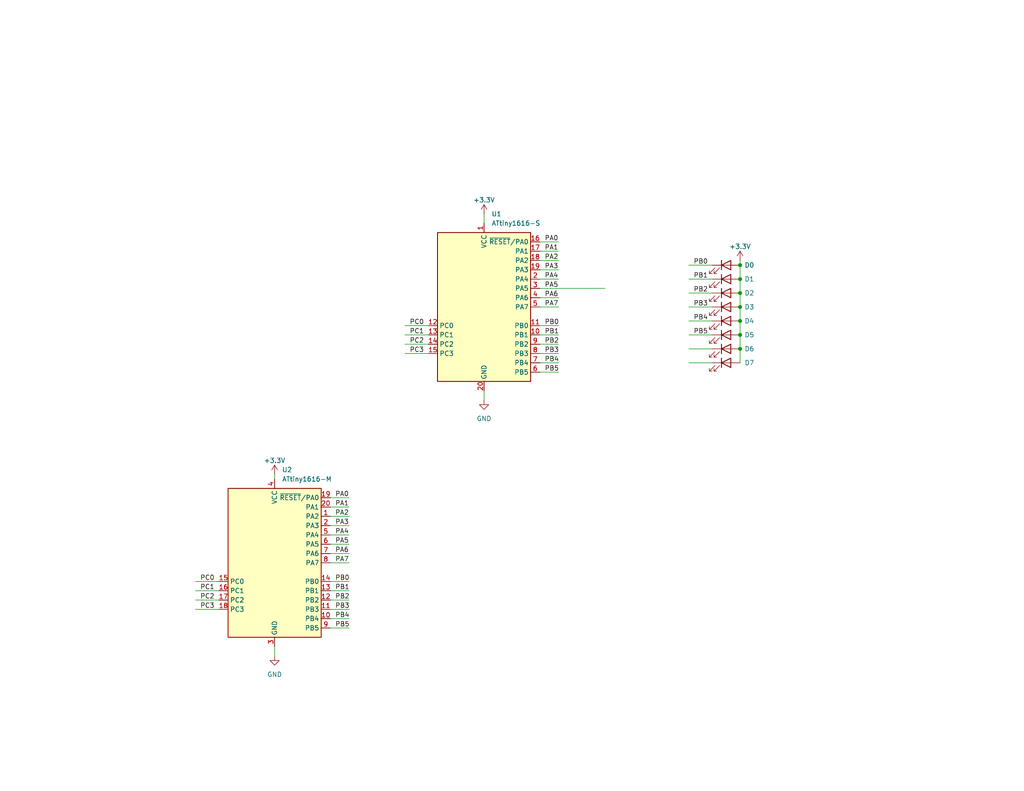
<source format=kicad_sch>
(kicad_sch (version 20230121) (generator eeschema)
  (paper "USLetter")
  (title_block (title "AD-DA blinky") (company "Valpo ECE"))
  (lib_symbols
    (symbol "Device:LED" (pin_numbers hide) (pin_names (offset 1.016) hide)
      (property "Reference" "D" (at 0 2.54 0))
      (property "Value" "LED" (at 0 -2.54 0))
      (symbol "LED_0_1"
        (polyline (pts (xy -1.27 -1.27) (xy -1.27 1.27)) (stroke (width 0.254)))
        (polyline (pts (xy -1.27 0) (xy 1.27 0)))
        (polyline (pts (xy 1.27 -1.27) (xy 1.27 1.27) (xy -1.27 0) (xy 1.27 -1.27)) (stroke (width 0.254)))
        (polyline (pts (xy -3.048 -0.762) (xy -4.572 -2.286) (xy -3.81 -2.286) (xy -4.572 -2.286) (xy -4.572 -1.524)))
        (polyline (pts (xy -1.778 -0.762) (xy -3.302 -2.286) (xy -2.54 -2.286) (xy -3.302 -2.286) (xy -3.302 -1.524)))
      )
      (symbol "LED_1_1"
        (pin passive line (at -3.81 0 0) (length 2.54) (name "K") (number "1"))
        (pin passive line (at 3.81 0 180) (length 2.54) (name "A") (number "2"))
      )
    )
    (symbol "MCU_Microchip_ATtiny:ATtiny1616-M"
      (property "Reference" "U" (at -12.7 21.59 0))
      (property "Value" "ATtiny1616-M" (at 2.54 -21.59 0))
      (symbol "ATtiny1616-M_0_1"
        (rectangle (start -12.7 -20.32) (end 12.7 20.32) (stroke (width 0.254)) (fill (type background)))
      )
      (symbol "ATtiny1616-M_1_1"
        (pin bidirectional line (at 15.24 12.7 180) (length 2.54) (name "PA2") (number "1"))
        (pin bidirectional line (at 15.24 -15.24 180) (length 2.54) (name "PB4") (number "10"))
        (pin bidirectional line (at 15.24 -12.7 180) (length 2.54) (name "PB3") (number "11"))
        (pin bidirectional line (at 15.24 -10.16 180) (length 2.54) (name "PB2") (number "12"))
        (pin bidirectional line (at 15.24 -7.62 180) (length 2.54) (name "PB1") (number "13"))
        (pin bidirectional line (at 15.24 -5.08 180) (length 2.54) (name "PB0") (number "14"))
        (pin bidirectional line (at -15.24 -5.08 0) (length 2.54) (name "PC0") (number "15"))
        (pin bidirectional line (at -15.24 -7.62 0) (length 2.54) (name "PC1") (number "16"))
        (pin bidirectional line (at -15.24 -10.16 0) (length 2.54) (name "PC2") (number "17"))
        (pin bidirectional line (at -15.24 -12.7 0) (length 2.54) (name "PC3") (number "18"))
        (pin bidirectional line (at 15.24 17.78 180) (length 2.54) (name "~{RESET}/PA0") (number "19"))
        (pin bidirectional line (at 15.24 10.16 180) (length 2.54) (name "PA3") (number "2"))
        (pin bidirectional line (at 15.24 15.24 180) (length 2.54) (name "PA1") (number "20"))
        (pin passive line (at 0 -22.86 90) (length 2.54) hide (name "GND") (number "21"))
        (pin power_in line (at 0 -22.86 90) (length 2.54) (name "GND") (number "3"))
        (pin power_in line (at 0 22.86 270) (length 2.54) (name "VCC") (number "4"))
        (pin bidirectional line (at 15.24 7.62 180) (length 2.54) (name "PA4") (number "5"))
        (pin bidirectional line (at 15.24 5.08 180) (length 2.54) (name "PA5") (number "6"))
        (pin bidirectional line (at 15.24 2.54 180) (length 2.54) (name "PA6") (number "7"))
        (pin bidirectional line (at 15.24 0 180) (length 2.54) (name "PA7") (number "8"))
        (pin bidirectional line (at 15.24 -17.78 180) (length 2.54) (name "PB5") (number "9"))
      )
    )
    (symbol "MCU_Microchip_ATtiny:ATtiny1616-S"
      (property "Reference" "U" (at -12.7 21.59 0))
      (property "Value" "ATtiny1616-S" (at 2.54 -21.59 0))
      (symbol "ATtiny1616-S_0_1"
        (rectangle (start -12.7 -20.32) (end 12.7 20.32) (stroke (width 0.254)) (fill (type background)))
      )
      (symbol "ATtiny1616-S_1_1"
        (pin power_in line (at 0 22.86 270) (length 2.54) (name "VCC") (number "1"))
        (pin bidirectional line (at 15.24 -7.62 180) (length 2.54) (name "PB1") (number "10"))
        (pin bidirectional line (at 15.24 -5.08 180) (length 2.54) (name "PB0") (number "11"))
        (pin bidirectional line (at -15.24 -5.08 0) (length 2.54) (name "PC0") (number "12"))
        (pin bidirectional line (at -15.24 -7.62 0) (length 2.54) (name "PC1") (number "13"))
        (pin bidirectional line (at -15.24 -10.16 0) (length 2.54) (name "PC2") (number "14"))
        (pin bidirectional line (at -15.24 -12.7 0) (length 2.54) (name "PC3") (number "15"))
        (pin bidirectional line (at 15.24 17.78 180) (length 2.54) (name "~{RESET}/PA0") (number "16"))
        (pin bidirectional line (at 15.24 15.24 180) (length 2.54) (name "PA1") (number "17"))
        (pin bidirectional line (at 15.24 12.7 180) (length 2.54) (name "PA2") (number "18"))
        (pin bidirectional line (at 15.24 10.16 180) (length 2.54) (name "PA3") (number "19"))
        (pin bidirectional line (at 15.24 7.62 180) (length 2.54) (name "PA4") (number "2"))
        (pin power_in line (at 0 -22.86 90) (length 2.54) (name "GND") (number "20"))
        (pin bidirectional line (at 15.24 5.08 180) (length 2.54) (name "PA5") (number "3"))
        (pin bidirectional line (at 15.24 2.54 180) (length 2.54) (name "PA6") (number "4"))
        (pin bidirectional line (at 15.24 0 180) (length 2.54) (name "PA7") (number "5"))
        (pin bidirectional line (at 15.24 -17.78 180) (length 2.54) (name "PB5") (number "6"))
        (pin bidirectional line (at 15.24 -15.24 180) (length 2.54) (name "PB4") (number "7"))
        (pin bidirectional line (at 15.24 -12.7 180) (length 2.54) (name "PB3") (number "8"))
        (pin bidirectional line (at 15.24 -10.16 180) (length 2.54) (name "PB2") (number "9"))
      )
    )
    (symbol "power:+3.3V" (power) (pin_names (offset 0))
      (property "Value" "+3.3V" (at 0 3.556 0))
      (symbol "+3.3V_0_1"
        (polyline (pts (xy -0.762 1.27) (xy 0 2.54)))
        (polyline (pts (xy 0 0) (xy 0 2.54)))
        (polyline (pts (xy 0 2.54) (xy 0.762 1.27)))
      )
      (symbol "+3.3V_1_1"
        (pin power_in line (at 0 0 90) (length 0) hide (name "+3.3V") (number "1"))
      )
    )
    (symbol "power:GND" (power) (pin_names (offset 0))
      (property "Value" "GND" (at 0 -3.81 0))
      (symbol "GND_0_1"
        (polyline (pts (xy 0 0) (xy 0 -1.27) (xy 1.27 -1.27) (xy 0 -2.54) (xy -1.27 -1.27) (xy 0 -1.27)))
      )
      (symbol "GND_1_1"
        (pin power_in line (at 0 0 270) (length 0) hide (name "GND") (number "1"))
      )
    )
  )
  (junction (at 201.93 95.25))
  (junction (at 201.93 80.01))
  (junction (at 201.93 87.63))
  (junction (at 201.93 72.39))
  (junction (at 201.93 83.82))
  (junction (at 201.93 91.44))
  (junction (at 201.93 76.2))
  (wire (pts (xy 147.32 73.66) (xy 152.4 73.66)))
  (wire (pts (xy 147.32 96.52) (xy 152.4 96.52)))
  (wire (pts (xy 90.17 158.75) (xy 95.25 158.75)))
  (wire (pts (xy 74.93 179.07) (xy 74.93 176.53)))
  (wire (pts (xy 90.17 168.91) (xy 95.25 168.91)))
  (wire (pts (xy 110.49 93.98) (xy 116.84 93.98)))
  (wire (pts (xy 110.49 91.44) (xy 116.84 91.44)))
  (wire (pts (xy 201.93 71.12) (xy 201.93 72.39)))
  (wire (pts (xy 90.17 151.13) (xy 95.25 151.13)))
  (wire (pts (xy 90.17 153.67) (xy 95.25 153.67)))
  (wire (pts (xy 147.32 91.44) (xy 152.4 91.44)))
  (wire (pts (xy 201.93 83.82) (xy 201.93 87.63)))
  (wire (pts (xy 187.96 95.25) (xy 194.31 95.25)))
  (wire (pts (xy 110.49 96.52) (xy 116.84 96.52)))
  (wire (pts (xy 147.32 81.28) (xy 152.4 81.28)))
  (wire (pts (xy 187.96 80.01) (xy 194.31 80.01)))
  (wire (pts (xy 187.96 76.2) (xy 194.31 76.2)))
  (wire (pts (xy 201.93 72.39) (xy 201.93 76.2)))
  (wire (pts (xy 187.96 87.63) (xy 194.31 87.63)))
  (wire (pts (xy 147.32 99.06) (xy 152.4 99.06)))
  (wire (pts (xy 187.96 72.39) (xy 194.31 72.39)))
  (wire (pts (xy 147.32 83.82) (xy 152.4 83.82)))
  (wire (pts (xy 147.32 76.2) (xy 152.4 76.2)))
  (wire (pts (xy 90.17 135.89) (xy 95.25 135.89)))
  (wire (pts (xy 110.49 88.9) (xy 116.84 88.9)))
  (wire (pts (xy 53.34 158.75) (xy 59.69 158.75)))
  (wire (pts (xy 147.32 88.9) (xy 152.4 88.9)))
  (wire (pts (xy 187.96 91.44) (xy 194.31 91.44)))
  (wire (pts (xy 147.32 66.04) (xy 152.4 66.04)))
  (wire (pts (xy 132.08 106.68) (xy 132.08 109.22)))
  (wire (pts (xy 147.32 93.98) (xy 152.4 93.98)))
  (wire (pts (xy 90.17 161.29) (xy 95.25 161.29)))
  (wire (pts (xy 201.93 87.63) (xy 201.93 91.44)))
  (wire (pts (xy 74.93 129.54) (xy 74.93 130.81)))
  (wire (pts (xy 90.17 166.37) (xy 95.25 166.37)))
  (wire (pts (xy 90.17 171.45) (xy 95.25 171.45)))
  (wire (pts (xy 201.93 91.44) (xy 201.93 95.25)))
  (wire (pts (xy 53.34 166.37) (xy 59.69 166.37)))
  (wire (pts (xy 201.93 95.25) (xy 201.93 99.06)))
  (wire (pts (xy 90.17 163.83) (xy 95.25 163.83)))
  (wire (pts (xy 90.17 140.97) (xy 95.25 140.97)))
  (wire (pts (xy 147.32 101.6) (xy 152.4 101.6)))
  (wire (pts (xy 132.08 58.42) (xy 132.08 60.96)))
  (wire (pts (xy 147.32 78.74) (xy 165.1 78.74)))
  (wire (pts (xy 90.17 143.51) (xy 95.25 143.51)))
  (wire (pts (xy 187.96 99.06) (xy 194.31 99.06)))
  (wire (pts (xy 90.17 148.59) (xy 95.25 148.59)))
  (wire (pts (xy 147.32 68.58) (xy 152.4 68.58)))
  (wire (pts (xy 90.17 138.43) (xy 95.25 138.43)))
  (wire (pts (xy 53.34 161.29) (xy 59.69 161.29)))
  (wire (pts (xy 201.93 76.2) (xy 201.93 80.01)))
  (wire (pts (xy 53.34 163.83) (xy 59.69 163.83)))
  (wire (pts (xy 90.17 146.05) (xy 95.25 146.05)))
  (wire (pts (xy 201.93 80.01) (xy 201.93 83.82)))
  (wire (pts (xy 147.32 71.12) (xy 152.4 71.12)))
  (wire (pts (xy 187.96 83.82) (xy 194.31 83.82)))
  (label "PB0" (at 91.44 158.75 0))
  (label "PB4" (at 91.44 168.91 0))
  (label "PC0" (at 54.61 158.75 0))
  (label "PB1" (at 189.23 76.2 0))
  (label "PC3" (at 54.61 166.37 0))
  (label "PA6" (at 91.44 151.13 0))
  (label "PA7" (at 91.44 153.67 0))
  (label "PA3" (at 148.59 73.66 0))
  (label "PB3" (at 148.59 96.52 0))
  (label "PB0" (at 189.23 72.39 0))
  (label "PC1" (at 111.76 91.44 0))
  (label "PA0" (at 91.44 135.89 0))
  (label "PA1" (at 91.44 138.43 0))
  (label "PB5" (at 91.44 171.45 0))
  (label "PB5" (at 189.23 91.44 0))
  (label "PC2" (at 54.61 163.83 0))
  (label "PB3" (at 91.44 166.37 0))
  (label "PB2" (at 91.44 163.83 0))
  (label "PB5" (at 148.59 101.6 0))
  (label "PA0" (at 148.59 66.04 0))
  (label "PA5" (at 91.44 148.59 0))
  (label "PB3" (at 189.23 83.82 0))
  (label "PB2" (at 189.23 80.01 0))
  (label "PA2" (at 91.44 140.97 0))
  (label "PB1" (at 91.44 161.29 0))
  (label "PB0" (at 148.59 88.9 0))
  (label "PA4" (at 91.44 146.05 0))
  (label "PC2" (at 111.76 93.98 0))
  (label "PA2" (at 148.59 71.12 0))
  (label "PC1" (at 54.61 161.29 0))
  (label "PA7" (at 148.59 83.82 0))
  (label "PB2" (at 148.59 93.98 0))
  (label "PA4" (at 148.59 76.2 0))
  (label "PC3" (at 111.76 96.52 0))
  (label "PA5" (at 148.59 78.74 0))
  (label "PA6" (at 148.59 81.28 0))
  (label "PA1" (at 148.59 68.58 0))
  (label "PB4" (at 189.23 87.63 0))
  (label "PB1" (at 148.59 91.44 0))
  (label "PB4" (at 148.59 99.06 0))
  (label "PA3" (at 91.44 143.51 0))
  (label "PC0" (at 111.76 88.9 0))
  (symbol (lib_id "Device:LED") (at 198.12 95.25 0) (unit 1)
    (property "Reference" "D6" (at 204.47 95.25 0))
    (property "Value" "LED" (effects hide))
    (property "Footprint" "Diode_SMD:D_0805_2012Metric" (effects hide))
  )
  (symbol (lib_id "Device:LED") (at 198.12 80.01 0) (unit 1)
    (property "Reference" "D2" (at 204.47 80.01 0))
    (property "Value" "LED" (effects hide))
    (property "Footprint" "Diode_SMD:D_0805_2012Metric" (effects hide))
  )
  (symbol (lib_id "power:GND") (at 74.93 179.07 0) (unit 1)
    (property "Reference" "#PWR05" (effects hide))
    (property "Value" "GND" (at 74.93 184.15 0))
  )
  (symbol (lib_id "Device:LED") (at 198.12 91.44 0) (unit 1)
    (property "Reference" "D5" (at 204.47 91.44 0))
    (property "Value" "LED" (effects hide))
    (property "Footprint" "Diode_SMD:D_0805_2012Metric" (effects hide))
  )
  (symbol (lib_id "MCU_Microchip_ATtiny:ATtiny1616-S") (at 132.08 83.82 0) (unit 1)
    (property "Reference" "U1" (at 134.0994 58.42 0) (effects (justify left)))
    (property "Value" "ATtiny1616-S" (at 134.0994 60.96 0) (effects (justify left)))
    (property "Footprint" "Package_SO:SOIC-20W_7.5x12.8mm_P1.27mm" (effects hide))
    (property "Datasheet" "http://ww1.microchip.com/downloads/en/DeviceDoc/ATtiny3216_ATtiny1616-data-sheet-40001997B.pdf" (effects hide))
  )
  (symbol (lib_id "power:+3.3V") (at 132.08 58.42 0) (unit 1)
    (property "Reference" "#PWR03" (effects hide))
    (property "Value" "+3.3V" (at 132.08 54.61 0))
  )
  (symbol (lib_id "power:GND") (at 132.08 109.22 0) (unit 1)
    (property "Reference" "#PWR02" (effects hide))
    (property "Value" "GND" (at 132.08 114.3 0))
  )
  (symbol (lib_id "Device:LED") (at 198.12 72.39 0) (unit 1)
    (property "Reference" "D0" (at 204.47 72.39 0))
    (property "Value" "LED" (effects hide))
    (property "Footprint" "Diode_SMD:D_0805_2012Metric" (effects hide))
  )
  (symbol (lib_id "Device:LED") (at 198.12 83.82 0) (unit 1)
    (property "Reference" "D3" (at 204.47 83.82 0))
    (property "Value" "LED" (effects hide))
    (property "Footprint" "Diode_SMD:D_0805_2012Metric" (effects hide))
  )
  (symbol (lib_id "MCU_Microchip_ATtiny:ATtiny1616-M") (at 74.93 153.67 0) (unit 1)
    (property "Reference" "U2" (at 76.9494 128.27 0) (effects (justify left)))
    (property "Value" "ATtiny1616-M" (at 76.9494 130.81 0) (effects (justify left)))
    (property "Footprint" "Package_DFN_QFN:VQFN-20-1EP_3x3mm_P0.4mm_EP1.7x1.7mm" (effects hide))
    (property "Datasheet" "http://ww1.microchip.com/downloads/en/DeviceDoc/ATtiny3216_ATtiny1616-data-sheet-40001997B.pdf" (effects hide))
  )
  (symbol (lib_id "power:+3.3V") (at 74.93 129.54 0) (unit 1)
    (property "Reference" "#PWR04" (effects hide))
    (property "Value" "+3.3V" (at 74.93 125.73 0))
  )
  (symbol (lib_id "power:+3.3V") (at 201.93 71.12 0) (unit 1)
    (property "Reference" "#PWR01" (effects hide))
    (property "Value" "+3.3V" (at 201.93 67.31 0))
  )
  (symbol (lib_id "Device:LED") (at 198.12 99.06 0) (unit 1)
    (property "Reference" "D7" (at 204.47 99.06 0))
    (property "Value" "LED" (effects hide))
    (property "Footprint" "Diode_SMD:D_0805_2012Metric" (effects hide))
  )
  (symbol (lib_id "Device:LED") (at 198.12 87.63 0) (unit 1)
    (property "Reference" "D4" (at 204.47 87.63 0))
    (property "Value" "LED" (effects hide))
    (property "Footprint" "Diode_SMD:D_0805_2012Metric" (effects hide))
  )
  (symbol (lib_id "Device:LED") (at 198.12 76.2 0) (unit 1)
    (property "Reference" "D1" (at 204.47 76.2 0))
    (property "Value" "LED" (effects hide))
    (property "Footprint" "Diode_SMD:D_0805_2012Metric" (effects hide))
  )
)
</source>
